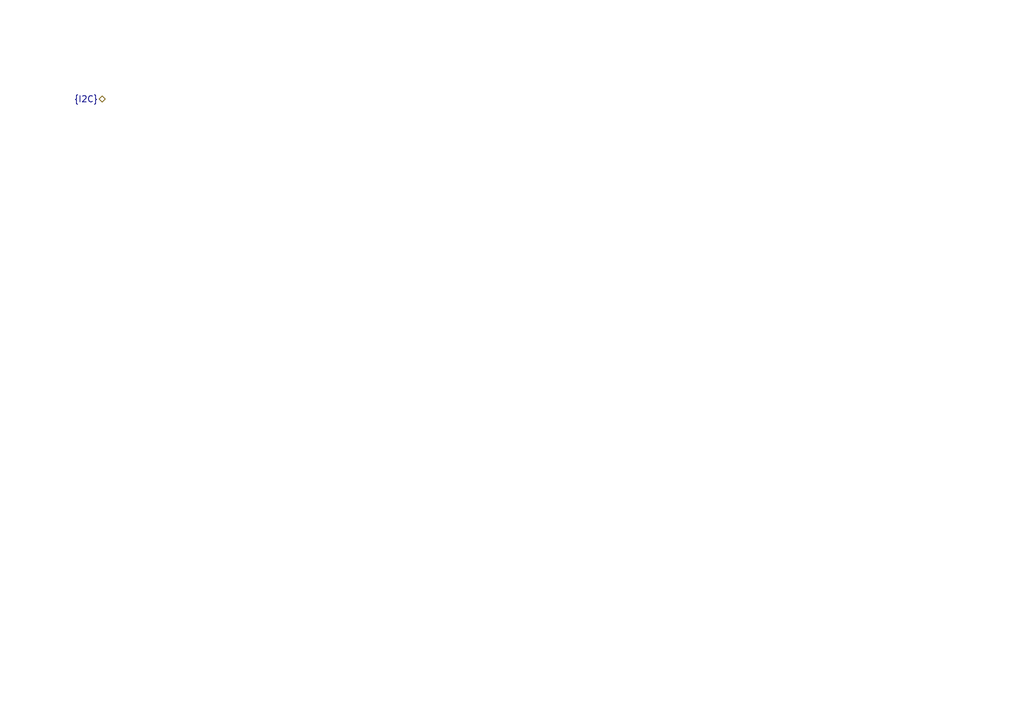
<source format=kicad_sch>
(kicad_sch (version 20211123) (generator eeschema)
  (paper "A5")
  (title_block (title "Phoenix MPU"))
  (lib_symbols)
  (hierarchical_label "{I2C}" (shape bidirectional) (at 21.59 20.32 180))
)
</source>
